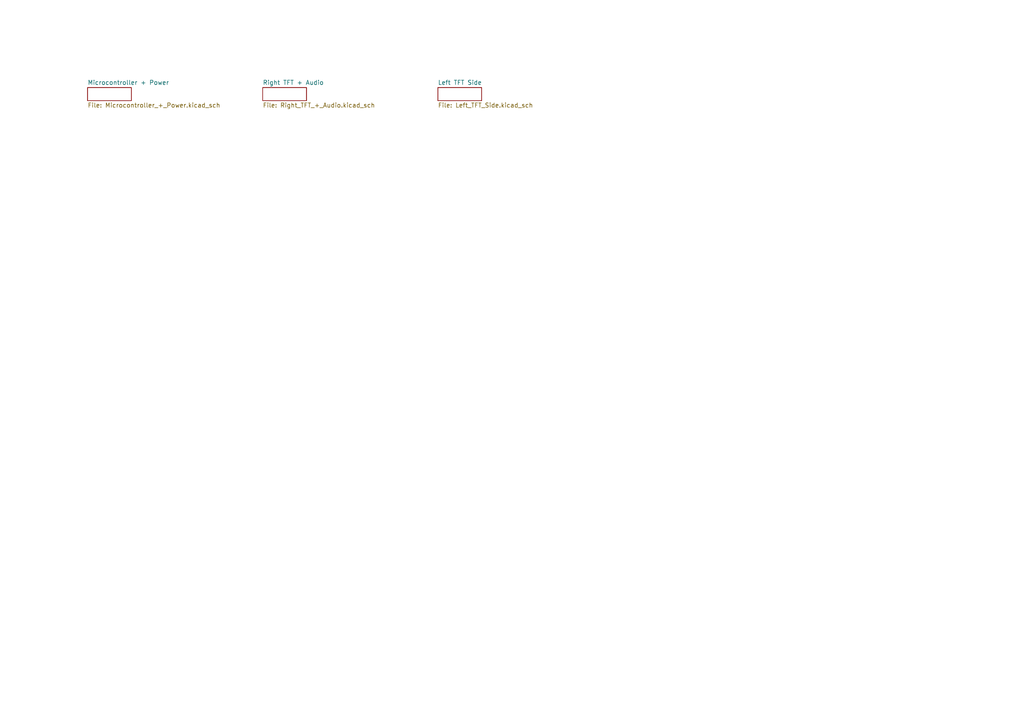
<source format=kicad_sch>
(kicad_sch (version 20211123) (generator eeschema)
  (paper "A4")
  (lib_symbols)
  (sheet (at 76.2 25.4) (size 12.7 3.81)
    (property "Sheet name" "Right TFT + Audio" (at 76.2 24.6884 0) (effects (justify left bottom)))
    (property "Sheet file" "Right_TFT_+_Audio.kicad_sch" (at 76.2 29.7946 0) (effects (justify left top)))
  )
  (sheet (at 25.4 25.4) (size 12.7 3.81)
    (property "Sheet name" "Microcontroller + Power" (at 25.4 24.6884 0) (effects (justify left bottom)))
    (property "Sheet file" "Microcontroller_+_Power.kicad_sch" (at 25.4 29.7946 0) (effects (justify left top)))
  )
  (sheet (at 127 25.4) (size 12.7 3.81)
    (property "Sheet name" "Left TFT Side" (at 127 24.6884 0) (effects (justify left bottom)))
    (property "Sheet file" "Left_TFT_Side.kicad_sch" (at 127 29.7946 0) (effects (justify left top)))
  )
)
</source>
